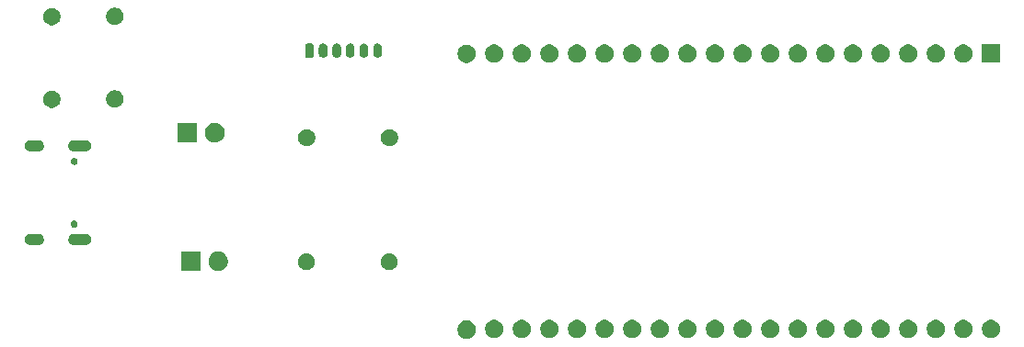
<source format=gbr>
%TF.GenerationSoftware,KiCad,Pcbnew,9.0.6-9.0.6~ubuntu24.04.1*%
%TF.CreationDate,2025-12-26T18:07:41+01:00*%
%TF.ProjectId,security-system,73656375-7269-4747-992d-73797374656d,0*%
%TF.SameCoordinates,Original*%
%TF.FileFunction,Soldermask,Bot*%
%TF.FilePolarity,Negative*%
%FSLAX46Y46*%
G04 Gerber Fmt 4.6, Leading zero omitted, Abs format (unit mm)*
G04 Created by KiCad (PCBNEW 9.0.6-9.0.6~ubuntu24.04.1) date 2025-12-26 18:07:41*
%MOMM*%
%LPD*%
G01*
G04 APERTURE LIST*
G04 APERTURE END LIST*
G36*
X167916742Y-98436601D02*
G01*
X168070687Y-98500367D01*
X168209234Y-98592941D01*
X168327059Y-98710766D01*
X168419633Y-98849313D01*
X168483399Y-99003258D01*
X168515907Y-99166685D01*
X168515907Y-99333315D01*
X168483399Y-99496742D01*
X168419633Y-99650687D01*
X168327059Y-99789234D01*
X168209234Y-99907059D01*
X168070687Y-99999633D01*
X167916742Y-100063399D01*
X167753315Y-100095907D01*
X167586685Y-100095907D01*
X167423258Y-100063399D01*
X167269313Y-99999633D01*
X167130766Y-99907059D01*
X167012941Y-99789234D01*
X166920367Y-99650687D01*
X166856601Y-99496742D01*
X166824093Y-99333315D01*
X166824093Y-99166685D01*
X166856601Y-99003258D01*
X166920367Y-98849313D01*
X167012941Y-98710766D01*
X167130766Y-98592941D01*
X167269313Y-98500367D01*
X167423258Y-98436601D01*
X167586685Y-98404093D01*
X167753315Y-98404093D01*
X167916742Y-98436601D01*
G37*
G36*
X170456742Y-98386601D02*
G01*
X170610687Y-98450367D01*
X170749234Y-98542941D01*
X170867059Y-98660766D01*
X170959633Y-98799313D01*
X171023399Y-98953258D01*
X171055907Y-99116685D01*
X171055907Y-99283315D01*
X171023399Y-99446742D01*
X170959633Y-99600687D01*
X170867059Y-99739234D01*
X170749234Y-99857059D01*
X170610687Y-99949633D01*
X170456742Y-100013399D01*
X170293315Y-100045907D01*
X170126685Y-100045907D01*
X169963258Y-100013399D01*
X169809313Y-99949633D01*
X169670766Y-99857059D01*
X169552941Y-99739234D01*
X169460367Y-99600687D01*
X169396601Y-99446742D01*
X169364093Y-99283315D01*
X169364093Y-99116685D01*
X169396601Y-98953258D01*
X169460367Y-98799313D01*
X169552941Y-98660766D01*
X169670766Y-98542941D01*
X169809313Y-98450367D01*
X169963258Y-98386601D01*
X170126685Y-98354093D01*
X170293315Y-98354093D01*
X170456742Y-98386601D01*
G37*
G36*
X172996742Y-98386601D02*
G01*
X173150687Y-98450367D01*
X173289234Y-98542941D01*
X173407059Y-98660766D01*
X173499633Y-98799313D01*
X173563399Y-98953258D01*
X173595907Y-99116685D01*
X173595907Y-99283315D01*
X173563399Y-99446742D01*
X173499633Y-99600687D01*
X173407059Y-99739234D01*
X173289234Y-99857059D01*
X173150687Y-99949633D01*
X172996742Y-100013399D01*
X172833315Y-100045907D01*
X172666685Y-100045907D01*
X172503258Y-100013399D01*
X172349313Y-99949633D01*
X172210766Y-99857059D01*
X172092941Y-99739234D01*
X172000367Y-99600687D01*
X171936601Y-99446742D01*
X171904093Y-99283315D01*
X171904093Y-99116685D01*
X171936601Y-98953258D01*
X172000367Y-98799313D01*
X172092941Y-98660766D01*
X172210766Y-98542941D01*
X172349313Y-98450367D01*
X172503258Y-98386601D01*
X172666685Y-98354093D01*
X172833315Y-98354093D01*
X172996742Y-98386601D01*
G37*
G36*
X175536742Y-98386601D02*
G01*
X175690687Y-98450367D01*
X175829234Y-98542941D01*
X175947059Y-98660766D01*
X176039633Y-98799313D01*
X176103399Y-98953258D01*
X176135907Y-99116685D01*
X176135907Y-99283315D01*
X176103399Y-99446742D01*
X176039633Y-99600687D01*
X175947059Y-99739234D01*
X175829234Y-99857059D01*
X175690687Y-99949633D01*
X175536742Y-100013399D01*
X175373315Y-100045907D01*
X175206685Y-100045907D01*
X175043258Y-100013399D01*
X174889313Y-99949633D01*
X174750766Y-99857059D01*
X174632941Y-99739234D01*
X174540367Y-99600687D01*
X174476601Y-99446742D01*
X174444093Y-99283315D01*
X174444093Y-99116685D01*
X174476601Y-98953258D01*
X174540367Y-98799313D01*
X174632941Y-98660766D01*
X174750766Y-98542941D01*
X174889313Y-98450367D01*
X175043258Y-98386601D01*
X175206685Y-98354093D01*
X175373315Y-98354093D01*
X175536742Y-98386601D01*
G37*
G36*
X178076742Y-98386601D02*
G01*
X178230687Y-98450367D01*
X178369234Y-98542941D01*
X178487059Y-98660766D01*
X178579633Y-98799313D01*
X178643399Y-98953258D01*
X178675907Y-99116685D01*
X178675907Y-99283315D01*
X178643399Y-99446742D01*
X178579633Y-99600687D01*
X178487059Y-99739234D01*
X178369234Y-99857059D01*
X178230687Y-99949633D01*
X178076742Y-100013399D01*
X177913315Y-100045907D01*
X177746685Y-100045907D01*
X177583258Y-100013399D01*
X177429313Y-99949633D01*
X177290766Y-99857059D01*
X177172941Y-99739234D01*
X177080367Y-99600687D01*
X177016601Y-99446742D01*
X176984093Y-99283315D01*
X176984093Y-99116685D01*
X177016601Y-98953258D01*
X177080367Y-98799313D01*
X177172941Y-98660766D01*
X177290766Y-98542941D01*
X177429313Y-98450367D01*
X177583258Y-98386601D01*
X177746685Y-98354093D01*
X177913315Y-98354093D01*
X178076742Y-98386601D01*
G37*
G36*
X180616742Y-98386601D02*
G01*
X180770687Y-98450367D01*
X180909234Y-98542941D01*
X181027059Y-98660766D01*
X181119633Y-98799313D01*
X181183399Y-98953258D01*
X181215907Y-99116685D01*
X181215907Y-99283315D01*
X181183399Y-99446742D01*
X181119633Y-99600687D01*
X181027059Y-99739234D01*
X180909234Y-99857059D01*
X180770687Y-99949633D01*
X180616742Y-100013399D01*
X180453315Y-100045907D01*
X180286685Y-100045907D01*
X180123258Y-100013399D01*
X179969313Y-99949633D01*
X179830766Y-99857059D01*
X179712941Y-99739234D01*
X179620367Y-99600687D01*
X179556601Y-99446742D01*
X179524093Y-99283315D01*
X179524093Y-99116685D01*
X179556601Y-98953258D01*
X179620367Y-98799313D01*
X179712941Y-98660766D01*
X179830766Y-98542941D01*
X179969313Y-98450367D01*
X180123258Y-98386601D01*
X180286685Y-98354093D01*
X180453315Y-98354093D01*
X180616742Y-98386601D01*
G37*
G36*
X183156742Y-98386601D02*
G01*
X183310687Y-98450367D01*
X183449234Y-98542941D01*
X183567059Y-98660766D01*
X183659633Y-98799313D01*
X183723399Y-98953258D01*
X183755907Y-99116685D01*
X183755907Y-99283315D01*
X183723399Y-99446742D01*
X183659633Y-99600687D01*
X183567059Y-99739234D01*
X183449234Y-99857059D01*
X183310687Y-99949633D01*
X183156742Y-100013399D01*
X182993315Y-100045907D01*
X182826685Y-100045907D01*
X182663258Y-100013399D01*
X182509313Y-99949633D01*
X182370766Y-99857059D01*
X182252941Y-99739234D01*
X182160367Y-99600687D01*
X182096601Y-99446742D01*
X182064093Y-99283315D01*
X182064093Y-99116685D01*
X182096601Y-98953258D01*
X182160367Y-98799313D01*
X182252941Y-98660766D01*
X182370766Y-98542941D01*
X182509313Y-98450367D01*
X182663258Y-98386601D01*
X182826685Y-98354093D01*
X182993315Y-98354093D01*
X183156742Y-98386601D01*
G37*
G36*
X185696742Y-98386601D02*
G01*
X185850687Y-98450367D01*
X185989234Y-98542941D01*
X186107059Y-98660766D01*
X186199633Y-98799313D01*
X186263399Y-98953258D01*
X186295907Y-99116685D01*
X186295907Y-99283315D01*
X186263399Y-99446742D01*
X186199633Y-99600687D01*
X186107059Y-99739234D01*
X185989234Y-99857059D01*
X185850687Y-99949633D01*
X185696742Y-100013399D01*
X185533315Y-100045907D01*
X185366685Y-100045907D01*
X185203258Y-100013399D01*
X185049313Y-99949633D01*
X184910766Y-99857059D01*
X184792941Y-99739234D01*
X184700367Y-99600687D01*
X184636601Y-99446742D01*
X184604093Y-99283315D01*
X184604093Y-99116685D01*
X184636601Y-98953258D01*
X184700367Y-98799313D01*
X184792941Y-98660766D01*
X184910766Y-98542941D01*
X185049313Y-98450367D01*
X185203258Y-98386601D01*
X185366685Y-98354093D01*
X185533315Y-98354093D01*
X185696742Y-98386601D01*
G37*
G36*
X188236742Y-98386601D02*
G01*
X188390687Y-98450367D01*
X188529234Y-98542941D01*
X188647059Y-98660766D01*
X188739633Y-98799313D01*
X188803399Y-98953258D01*
X188835907Y-99116685D01*
X188835907Y-99283315D01*
X188803399Y-99446742D01*
X188739633Y-99600687D01*
X188647059Y-99739234D01*
X188529234Y-99857059D01*
X188390687Y-99949633D01*
X188236742Y-100013399D01*
X188073315Y-100045907D01*
X187906685Y-100045907D01*
X187743258Y-100013399D01*
X187589313Y-99949633D01*
X187450766Y-99857059D01*
X187332941Y-99739234D01*
X187240367Y-99600687D01*
X187176601Y-99446742D01*
X187144093Y-99283315D01*
X187144093Y-99116685D01*
X187176601Y-98953258D01*
X187240367Y-98799313D01*
X187332941Y-98660766D01*
X187450766Y-98542941D01*
X187589313Y-98450367D01*
X187743258Y-98386601D01*
X187906685Y-98354093D01*
X188073315Y-98354093D01*
X188236742Y-98386601D01*
G37*
G36*
X190776742Y-98386601D02*
G01*
X190930687Y-98450367D01*
X191069234Y-98542941D01*
X191187059Y-98660766D01*
X191279633Y-98799313D01*
X191343399Y-98953258D01*
X191375907Y-99116685D01*
X191375907Y-99283315D01*
X191343399Y-99446742D01*
X191279633Y-99600687D01*
X191187059Y-99739234D01*
X191069234Y-99857059D01*
X190930687Y-99949633D01*
X190776742Y-100013399D01*
X190613315Y-100045907D01*
X190446685Y-100045907D01*
X190283258Y-100013399D01*
X190129313Y-99949633D01*
X189990766Y-99857059D01*
X189872941Y-99739234D01*
X189780367Y-99600687D01*
X189716601Y-99446742D01*
X189684093Y-99283315D01*
X189684093Y-99116685D01*
X189716601Y-98953258D01*
X189780367Y-98799313D01*
X189872941Y-98660766D01*
X189990766Y-98542941D01*
X190129313Y-98450367D01*
X190283258Y-98386601D01*
X190446685Y-98354093D01*
X190613315Y-98354093D01*
X190776742Y-98386601D01*
G37*
G36*
X193316742Y-98386601D02*
G01*
X193470687Y-98450367D01*
X193609234Y-98542941D01*
X193727059Y-98660766D01*
X193819633Y-98799313D01*
X193883399Y-98953258D01*
X193915907Y-99116685D01*
X193915907Y-99283315D01*
X193883399Y-99446742D01*
X193819633Y-99600687D01*
X193727059Y-99739234D01*
X193609234Y-99857059D01*
X193470687Y-99949633D01*
X193316742Y-100013399D01*
X193153315Y-100045907D01*
X192986685Y-100045907D01*
X192823258Y-100013399D01*
X192669313Y-99949633D01*
X192530766Y-99857059D01*
X192412941Y-99739234D01*
X192320367Y-99600687D01*
X192256601Y-99446742D01*
X192224093Y-99283315D01*
X192224093Y-99116685D01*
X192256601Y-98953258D01*
X192320367Y-98799313D01*
X192412941Y-98660766D01*
X192530766Y-98542941D01*
X192669313Y-98450367D01*
X192823258Y-98386601D01*
X192986685Y-98354093D01*
X193153315Y-98354093D01*
X193316742Y-98386601D01*
G37*
G36*
X195856742Y-98386601D02*
G01*
X196010687Y-98450367D01*
X196149234Y-98542941D01*
X196267059Y-98660766D01*
X196359633Y-98799313D01*
X196423399Y-98953258D01*
X196455907Y-99116685D01*
X196455907Y-99283315D01*
X196423399Y-99446742D01*
X196359633Y-99600687D01*
X196267059Y-99739234D01*
X196149234Y-99857059D01*
X196010687Y-99949633D01*
X195856742Y-100013399D01*
X195693315Y-100045907D01*
X195526685Y-100045907D01*
X195363258Y-100013399D01*
X195209313Y-99949633D01*
X195070766Y-99857059D01*
X194952941Y-99739234D01*
X194860367Y-99600687D01*
X194796601Y-99446742D01*
X194764093Y-99283315D01*
X194764093Y-99116685D01*
X194796601Y-98953258D01*
X194860367Y-98799313D01*
X194952941Y-98660766D01*
X195070766Y-98542941D01*
X195209313Y-98450367D01*
X195363258Y-98386601D01*
X195526685Y-98354093D01*
X195693315Y-98354093D01*
X195856742Y-98386601D01*
G37*
G36*
X198396742Y-98386601D02*
G01*
X198550687Y-98450367D01*
X198689234Y-98542941D01*
X198807059Y-98660766D01*
X198899633Y-98799313D01*
X198963399Y-98953258D01*
X198995907Y-99116685D01*
X198995907Y-99283315D01*
X198963399Y-99446742D01*
X198899633Y-99600687D01*
X198807059Y-99739234D01*
X198689234Y-99857059D01*
X198550687Y-99949633D01*
X198396742Y-100013399D01*
X198233315Y-100045907D01*
X198066685Y-100045907D01*
X197903258Y-100013399D01*
X197749313Y-99949633D01*
X197610766Y-99857059D01*
X197492941Y-99739234D01*
X197400367Y-99600687D01*
X197336601Y-99446742D01*
X197304093Y-99283315D01*
X197304093Y-99116685D01*
X197336601Y-98953258D01*
X197400367Y-98799313D01*
X197492941Y-98660766D01*
X197610766Y-98542941D01*
X197749313Y-98450367D01*
X197903258Y-98386601D01*
X198066685Y-98354093D01*
X198233315Y-98354093D01*
X198396742Y-98386601D01*
G37*
G36*
X200936742Y-98386601D02*
G01*
X201090687Y-98450367D01*
X201229234Y-98542941D01*
X201347059Y-98660766D01*
X201439633Y-98799313D01*
X201503399Y-98953258D01*
X201535907Y-99116685D01*
X201535907Y-99283315D01*
X201503399Y-99446742D01*
X201439633Y-99600687D01*
X201347059Y-99739234D01*
X201229234Y-99857059D01*
X201090687Y-99949633D01*
X200936742Y-100013399D01*
X200773315Y-100045907D01*
X200606685Y-100045907D01*
X200443258Y-100013399D01*
X200289313Y-99949633D01*
X200150766Y-99857059D01*
X200032941Y-99739234D01*
X199940367Y-99600687D01*
X199876601Y-99446742D01*
X199844093Y-99283315D01*
X199844093Y-99116685D01*
X199876601Y-98953258D01*
X199940367Y-98799313D01*
X200032941Y-98660766D01*
X200150766Y-98542941D01*
X200289313Y-98450367D01*
X200443258Y-98386601D01*
X200606685Y-98354093D01*
X200773315Y-98354093D01*
X200936742Y-98386601D01*
G37*
G36*
X203476742Y-98386601D02*
G01*
X203630687Y-98450367D01*
X203769234Y-98542941D01*
X203887059Y-98660766D01*
X203979633Y-98799313D01*
X204043399Y-98953258D01*
X204075907Y-99116685D01*
X204075907Y-99283315D01*
X204043399Y-99446742D01*
X203979633Y-99600687D01*
X203887059Y-99739234D01*
X203769234Y-99857059D01*
X203630687Y-99949633D01*
X203476742Y-100013399D01*
X203313315Y-100045907D01*
X203146685Y-100045907D01*
X202983258Y-100013399D01*
X202829313Y-99949633D01*
X202690766Y-99857059D01*
X202572941Y-99739234D01*
X202480367Y-99600687D01*
X202416601Y-99446742D01*
X202384093Y-99283315D01*
X202384093Y-99116685D01*
X202416601Y-98953258D01*
X202480367Y-98799313D01*
X202572941Y-98660766D01*
X202690766Y-98542941D01*
X202829313Y-98450367D01*
X202983258Y-98386601D01*
X203146685Y-98354093D01*
X203313315Y-98354093D01*
X203476742Y-98386601D01*
G37*
G36*
X206016742Y-98386601D02*
G01*
X206170687Y-98450367D01*
X206309234Y-98542941D01*
X206427059Y-98660766D01*
X206519633Y-98799313D01*
X206583399Y-98953258D01*
X206615907Y-99116685D01*
X206615907Y-99283315D01*
X206583399Y-99446742D01*
X206519633Y-99600687D01*
X206427059Y-99739234D01*
X206309234Y-99857059D01*
X206170687Y-99949633D01*
X206016742Y-100013399D01*
X205853315Y-100045907D01*
X205686685Y-100045907D01*
X205523258Y-100013399D01*
X205369313Y-99949633D01*
X205230766Y-99857059D01*
X205112941Y-99739234D01*
X205020367Y-99600687D01*
X204956601Y-99446742D01*
X204924093Y-99283315D01*
X204924093Y-99116685D01*
X204956601Y-98953258D01*
X205020367Y-98799313D01*
X205112941Y-98660766D01*
X205230766Y-98542941D01*
X205369313Y-98450367D01*
X205523258Y-98386601D01*
X205686685Y-98354093D01*
X205853315Y-98354093D01*
X206016742Y-98386601D01*
G37*
G36*
X208556742Y-98386601D02*
G01*
X208710687Y-98450367D01*
X208849234Y-98542941D01*
X208967059Y-98660766D01*
X209059633Y-98799313D01*
X209123399Y-98953258D01*
X209155907Y-99116685D01*
X209155907Y-99283315D01*
X209123399Y-99446742D01*
X209059633Y-99600687D01*
X208967059Y-99739234D01*
X208849234Y-99857059D01*
X208710687Y-99949633D01*
X208556742Y-100013399D01*
X208393315Y-100045907D01*
X208226685Y-100045907D01*
X208063258Y-100013399D01*
X207909313Y-99949633D01*
X207770766Y-99857059D01*
X207652941Y-99739234D01*
X207560367Y-99600687D01*
X207496601Y-99446742D01*
X207464093Y-99283315D01*
X207464093Y-99116685D01*
X207496601Y-98953258D01*
X207560367Y-98799313D01*
X207652941Y-98660766D01*
X207770766Y-98542941D01*
X207909313Y-98450367D01*
X208063258Y-98386601D01*
X208226685Y-98354093D01*
X208393315Y-98354093D01*
X208556742Y-98386601D01*
G37*
G36*
X211096742Y-98386601D02*
G01*
X211250687Y-98450367D01*
X211389234Y-98542941D01*
X211507059Y-98660766D01*
X211599633Y-98799313D01*
X211663399Y-98953258D01*
X211695907Y-99116685D01*
X211695907Y-99283315D01*
X211663399Y-99446742D01*
X211599633Y-99600687D01*
X211507059Y-99739234D01*
X211389234Y-99857059D01*
X211250687Y-99949633D01*
X211096742Y-100013399D01*
X210933315Y-100045907D01*
X210766685Y-100045907D01*
X210603258Y-100013399D01*
X210449313Y-99949633D01*
X210310766Y-99857059D01*
X210192941Y-99739234D01*
X210100367Y-99600687D01*
X210036601Y-99446742D01*
X210004093Y-99283315D01*
X210004093Y-99116685D01*
X210036601Y-98953258D01*
X210100367Y-98799313D01*
X210192941Y-98660766D01*
X210310766Y-98542941D01*
X210449313Y-98450367D01*
X210603258Y-98386601D01*
X210766685Y-98354093D01*
X210933315Y-98354093D01*
X211096742Y-98386601D01*
G37*
G36*
X213636742Y-98386601D02*
G01*
X213790687Y-98450367D01*
X213929234Y-98542941D01*
X214047059Y-98660766D01*
X214139633Y-98799313D01*
X214203399Y-98953258D01*
X214235907Y-99116685D01*
X214235907Y-99283315D01*
X214203399Y-99446742D01*
X214139633Y-99600687D01*
X214047059Y-99739234D01*
X213929234Y-99857059D01*
X213790687Y-99949633D01*
X213636742Y-100013399D01*
X213473315Y-100045907D01*
X213306685Y-100045907D01*
X213143258Y-100013399D01*
X212989313Y-99949633D01*
X212850766Y-99857059D01*
X212732941Y-99739234D01*
X212640367Y-99600687D01*
X212576601Y-99446742D01*
X212544093Y-99283315D01*
X212544093Y-99116685D01*
X212576601Y-98953258D01*
X212640367Y-98799313D01*
X212732941Y-98660766D01*
X212850766Y-98542941D01*
X212989313Y-98450367D01*
X213143258Y-98386601D01*
X213306685Y-98354093D01*
X213473315Y-98354093D01*
X213636742Y-98386601D01*
G37*
G36*
X216176742Y-98386601D02*
G01*
X216330687Y-98450367D01*
X216469234Y-98542941D01*
X216587059Y-98660766D01*
X216679633Y-98799313D01*
X216743399Y-98953258D01*
X216775907Y-99116685D01*
X216775907Y-99283315D01*
X216743399Y-99446742D01*
X216679633Y-99600687D01*
X216587059Y-99739234D01*
X216469234Y-99857059D01*
X216330687Y-99949633D01*
X216176742Y-100013399D01*
X216013315Y-100045907D01*
X215846685Y-100045907D01*
X215683258Y-100013399D01*
X215529313Y-99949633D01*
X215390766Y-99857059D01*
X215272941Y-99739234D01*
X215180367Y-99600687D01*
X215116601Y-99446742D01*
X215084093Y-99283315D01*
X215084093Y-99116685D01*
X215116601Y-98953258D01*
X215180367Y-98799313D01*
X215272941Y-98660766D01*
X215390766Y-98542941D01*
X215529313Y-98450367D01*
X215683258Y-98386601D01*
X215846685Y-98354093D01*
X216013315Y-98354093D01*
X216176742Y-98386601D01*
G37*
G36*
X143175000Y-93850000D02*
G01*
X141375000Y-93850000D01*
X141375000Y-92050000D01*
X143175000Y-92050000D01*
X143175000Y-93850000D01*
G37*
G36*
X145076256Y-92088754D02*
G01*
X145239257Y-92156271D01*
X145385954Y-92254291D01*
X145510709Y-92379046D01*
X145608729Y-92525743D01*
X145676246Y-92688744D01*
X145710666Y-92861785D01*
X145710666Y-93038215D01*
X145676246Y-93211256D01*
X145608729Y-93374257D01*
X145510709Y-93520954D01*
X145385954Y-93645709D01*
X145239257Y-93743729D01*
X145076256Y-93811246D01*
X144903215Y-93845666D01*
X144726785Y-93845666D01*
X144553744Y-93811246D01*
X144390743Y-93743729D01*
X144244046Y-93645709D01*
X144119291Y-93520954D01*
X144021271Y-93374257D01*
X143953754Y-93211256D01*
X143919334Y-93038215D01*
X143919334Y-92861785D01*
X143953754Y-92688744D01*
X144021271Y-92525743D01*
X144119291Y-92379046D01*
X144244046Y-92254291D01*
X144390743Y-92156271D01*
X144553744Y-92088754D01*
X144726785Y-92054334D01*
X144903215Y-92054334D01*
X145076256Y-92088754D01*
G37*
G36*
X153162228Y-92224448D02*
G01*
X153307117Y-92284463D01*
X153437515Y-92371592D01*
X153548408Y-92482485D01*
X153635537Y-92612883D01*
X153695552Y-92757772D01*
X153726148Y-92911586D01*
X153726148Y-93068414D01*
X153695552Y-93222228D01*
X153635537Y-93367117D01*
X153548408Y-93497515D01*
X153437515Y-93608408D01*
X153307117Y-93695537D01*
X153162228Y-93755552D01*
X153008414Y-93786148D01*
X152851586Y-93786148D01*
X152697772Y-93755552D01*
X152552883Y-93695537D01*
X152422485Y-93608408D01*
X152311592Y-93497515D01*
X152224463Y-93367117D01*
X152164448Y-93222228D01*
X152133852Y-93068414D01*
X152133852Y-92911586D01*
X152164448Y-92757772D01*
X152224463Y-92612883D01*
X152311592Y-92482485D01*
X152422485Y-92371592D01*
X152552883Y-92284463D01*
X152697772Y-92224448D01*
X152851586Y-92193852D01*
X153008414Y-92193852D01*
X153162228Y-92224448D01*
G37*
G36*
X160782228Y-92224448D02*
G01*
X160927117Y-92284463D01*
X161057515Y-92371592D01*
X161168408Y-92482485D01*
X161255537Y-92612883D01*
X161315552Y-92757772D01*
X161346148Y-92911586D01*
X161346148Y-93068414D01*
X161315552Y-93222228D01*
X161255537Y-93367117D01*
X161168408Y-93497515D01*
X161057515Y-93608408D01*
X160927117Y-93695537D01*
X160782228Y-93755552D01*
X160628414Y-93786148D01*
X160471586Y-93786148D01*
X160317772Y-93755552D01*
X160172883Y-93695537D01*
X160042485Y-93608408D01*
X159931592Y-93497515D01*
X159844463Y-93367117D01*
X159784448Y-93222228D01*
X159753852Y-93068414D01*
X159753852Y-92911586D01*
X159784448Y-92757772D01*
X159844463Y-92612883D01*
X159931592Y-92482485D01*
X160042485Y-92371592D01*
X160172883Y-92284463D01*
X160317772Y-92224448D01*
X160471586Y-92193852D01*
X160628414Y-92193852D01*
X160782228Y-92224448D01*
G37*
G36*
X128390195Y-90451889D02*
G01*
X128472993Y-90474074D01*
X128587005Y-90539899D01*
X128680100Y-90632994D01*
X128745925Y-90747006D01*
X128745925Y-90747007D01*
X128780000Y-90874174D01*
X128780000Y-91005826D01*
X128745925Y-91132993D01*
X128680099Y-91247007D01*
X128587007Y-91340099D01*
X128472993Y-91405925D01*
X128345826Y-91440000D01*
X128345824Y-91440000D01*
X127414176Y-91440000D01*
X127414174Y-91440000D01*
X127329396Y-91417283D01*
X127287006Y-91405925D01*
X127172994Y-91340100D01*
X127079899Y-91247005D01*
X127014074Y-91132993D01*
X126991889Y-91050195D01*
X126980000Y-91005826D01*
X126980000Y-90874174D01*
X126985944Y-90851989D01*
X127014074Y-90747006D01*
X127079899Y-90632994D01*
X127172994Y-90539899D01*
X127287006Y-90474074D01*
X127376395Y-90450123D01*
X127414174Y-90440000D01*
X128345826Y-90440000D01*
X128390195Y-90451889D01*
G37*
G36*
X132720195Y-90451889D02*
G01*
X132802993Y-90474074D01*
X132917005Y-90539899D01*
X133010100Y-90632994D01*
X133075925Y-90747006D01*
X133075925Y-90747007D01*
X133110000Y-90874174D01*
X133110000Y-91005826D01*
X133075925Y-91132993D01*
X133010099Y-91247007D01*
X132917007Y-91340099D01*
X132802993Y-91405925D01*
X132675826Y-91440000D01*
X132675824Y-91440000D01*
X131444176Y-91440000D01*
X131444174Y-91440000D01*
X131359396Y-91417283D01*
X131317006Y-91405925D01*
X131202994Y-91340100D01*
X131109899Y-91247005D01*
X131044074Y-91132993D01*
X131021889Y-91050195D01*
X131010000Y-91005826D01*
X131010000Y-90874174D01*
X131015944Y-90851989D01*
X131044074Y-90747006D01*
X131109899Y-90632994D01*
X131202994Y-90539899D01*
X131317006Y-90474074D01*
X131406395Y-90450123D01*
X131444174Y-90440000D01*
X132675826Y-90440000D01*
X132720195Y-90451889D01*
G37*
G36*
X131627342Y-89191580D02*
G01*
X131685446Y-89207148D01*
X131759553Y-89249934D01*
X131820065Y-89310446D01*
X131862851Y-89384553D01*
X131877617Y-89439660D01*
X131885000Y-89467213D01*
X131885000Y-89552787D01*
X131870234Y-89607892D01*
X131862851Y-89635446D01*
X131820065Y-89709553D01*
X131759553Y-89770065D01*
X131685446Y-89812851D01*
X131657892Y-89820234D01*
X131602787Y-89835000D01*
X131602785Y-89835000D01*
X131517215Y-89835000D01*
X131517213Y-89835000D01*
X131475884Y-89823925D01*
X131434553Y-89812851D01*
X131360446Y-89770065D01*
X131299934Y-89709553D01*
X131257148Y-89635446D01*
X131241580Y-89577342D01*
X131235000Y-89552787D01*
X131235000Y-89467213D01*
X131238290Y-89454935D01*
X131257148Y-89384553D01*
X131299934Y-89310446D01*
X131360446Y-89249934D01*
X131434553Y-89207148D01*
X131495832Y-89190728D01*
X131517213Y-89185000D01*
X131602787Y-89185000D01*
X131627342Y-89191580D01*
G37*
G36*
X131627342Y-83411580D02*
G01*
X131685446Y-83427148D01*
X131759553Y-83469934D01*
X131820065Y-83530446D01*
X131862851Y-83604553D01*
X131877617Y-83659660D01*
X131885000Y-83687213D01*
X131885000Y-83772787D01*
X131870234Y-83827892D01*
X131862851Y-83855446D01*
X131820065Y-83929553D01*
X131759553Y-83990065D01*
X131685446Y-84032851D01*
X131657892Y-84040234D01*
X131602787Y-84055000D01*
X131602785Y-84055000D01*
X131517215Y-84055000D01*
X131517213Y-84055000D01*
X131475884Y-84043925D01*
X131434553Y-84032851D01*
X131360446Y-83990065D01*
X131299934Y-83929553D01*
X131257148Y-83855446D01*
X131241580Y-83797342D01*
X131235000Y-83772787D01*
X131235000Y-83687213D01*
X131238290Y-83674935D01*
X131257148Y-83604553D01*
X131299934Y-83530446D01*
X131360446Y-83469934D01*
X131434553Y-83427148D01*
X131495832Y-83410728D01*
X131517213Y-83405000D01*
X131602787Y-83405000D01*
X131627342Y-83411580D01*
G37*
G36*
X128390195Y-81811889D02*
G01*
X128472993Y-81834074D01*
X128587005Y-81899899D01*
X128680100Y-81992994D01*
X128745925Y-82107006D01*
X128745925Y-82107007D01*
X128780000Y-82234174D01*
X128780000Y-82365826D01*
X128745925Y-82492993D01*
X128680099Y-82607007D01*
X128587007Y-82700099D01*
X128472993Y-82765925D01*
X128345826Y-82800000D01*
X128345824Y-82800000D01*
X127414176Y-82800000D01*
X127414174Y-82800000D01*
X127329396Y-82777283D01*
X127287006Y-82765925D01*
X127172994Y-82700100D01*
X127079899Y-82607005D01*
X127014074Y-82492993D01*
X126991889Y-82410195D01*
X126980000Y-82365826D01*
X126980000Y-82234174D01*
X126997682Y-82168185D01*
X127014074Y-82107006D01*
X127079899Y-81992994D01*
X127172994Y-81899899D01*
X127287006Y-81834074D01*
X127376395Y-81810123D01*
X127414174Y-81800000D01*
X128345826Y-81800000D01*
X128390195Y-81811889D01*
G37*
G36*
X132720195Y-81811889D02*
G01*
X132802993Y-81834074D01*
X132917005Y-81899899D01*
X133010100Y-81992994D01*
X133075925Y-82107006D01*
X133075925Y-82107007D01*
X133110000Y-82234174D01*
X133110000Y-82365826D01*
X133075925Y-82492993D01*
X133010099Y-82607007D01*
X132917007Y-82700099D01*
X132802993Y-82765925D01*
X132675826Y-82800000D01*
X132675824Y-82800000D01*
X131444176Y-82800000D01*
X131444174Y-82800000D01*
X131359396Y-82777283D01*
X131317006Y-82765925D01*
X131202994Y-82700100D01*
X131109899Y-82607005D01*
X131044074Y-82492993D01*
X131021889Y-82410195D01*
X131010000Y-82365826D01*
X131010000Y-82234174D01*
X131027682Y-82168185D01*
X131044074Y-82107006D01*
X131109899Y-81992994D01*
X131202994Y-81899899D01*
X131317006Y-81834074D01*
X131406395Y-81810123D01*
X131444174Y-81800000D01*
X132675826Y-81800000D01*
X132720195Y-81811889D01*
G37*
G36*
X153192228Y-80784448D02*
G01*
X153337117Y-80844463D01*
X153467515Y-80931592D01*
X153578408Y-81042485D01*
X153665537Y-81172883D01*
X153725552Y-81317772D01*
X153756148Y-81471586D01*
X153756148Y-81628414D01*
X153725552Y-81782228D01*
X153665537Y-81927117D01*
X153578408Y-82057515D01*
X153467515Y-82168408D01*
X153337117Y-82255537D01*
X153192228Y-82315552D01*
X153038414Y-82346148D01*
X152881586Y-82346148D01*
X152727772Y-82315552D01*
X152582883Y-82255537D01*
X152452485Y-82168408D01*
X152341592Y-82057515D01*
X152254463Y-81927117D01*
X152194448Y-81782228D01*
X152163852Y-81628414D01*
X152163852Y-81471586D01*
X152194448Y-81317772D01*
X152254463Y-81172883D01*
X152341592Y-81042485D01*
X152452485Y-80931592D01*
X152582883Y-80844463D01*
X152727772Y-80784448D01*
X152881586Y-80753852D01*
X153038414Y-80753852D01*
X153192228Y-80784448D01*
G37*
G36*
X160812228Y-80784448D02*
G01*
X160957117Y-80844463D01*
X161087515Y-80931592D01*
X161198408Y-81042485D01*
X161285537Y-81172883D01*
X161345552Y-81317772D01*
X161376148Y-81471586D01*
X161376148Y-81628414D01*
X161345552Y-81782228D01*
X161285537Y-81927117D01*
X161198408Y-82057515D01*
X161087515Y-82168408D01*
X160957117Y-82255537D01*
X160812228Y-82315552D01*
X160658414Y-82346148D01*
X160501586Y-82346148D01*
X160347772Y-82315552D01*
X160202883Y-82255537D01*
X160072485Y-82168408D01*
X159961592Y-82057515D01*
X159874463Y-81927117D01*
X159814448Y-81782228D01*
X159783852Y-81628414D01*
X159783852Y-81471586D01*
X159814448Y-81317772D01*
X159874463Y-81172883D01*
X159961592Y-81042485D01*
X160072485Y-80931592D01*
X160202883Y-80844463D01*
X160347772Y-80784448D01*
X160501586Y-80753852D01*
X160658414Y-80753852D01*
X160812228Y-80784448D01*
G37*
G36*
X142855000Y-81990000D02*
G01*
X141055000Y-81990000D01*
X141055000Y-80190000D01*
X142855000Y-80190000D01*
X142855000Y-81990000D01*
G37*
G36*
X144756256Y-80228754D02*
G01*
X144919257Y-80296271D01*
X145065954Y-80394291D01*
X145190709Y-80519046D01*
X145288729Y-80665743D01*
X145356246Y-80828744D01*
X145390666Y-81001785D01*
X145390666Y-81178215D01*
X145356246Y-81351256D01*
X145288729Y-81514257D01*
X145190709Y-81660954D01*
X145065954Y-81785709D01*
X144919257Y-81883729D01*
X144756256Y-81951246D01*
X144583215Y-81985666D01*
X144406785Y-81985666D01*
X144233744Y-81951246D01*
X144070743Y-81883729D01*
X143924046Y-81785709D01*
X143799291Y-81660954D01*
X143701271Y-81514257D01*
X143633754Y-81351256D01*
X143599334Y-81178215D01*
X143599334Y-81001785D01*
X143633754Y-80828744D01*
X143701271Y-80665743D01*
X143799291Y-80519046D01*
X143924046Y-80394291D01*
X144070743Y-80296271D01*
X144233744Y-80228754D01*
X144406785Y-80194334D01*
X144583215Y-80194334D01*
X144756256Y-80228754D01*
G37*
G36*
X129732228Y-77244448D02*
G01*
X129877117Y-77304463D01*
X130007515Y-77391592D01*
X130118408Y-77502485D01*
X130205537Y-77632883D01*
X130265552Y-77777772D01*
X130296148Y-77931586D01*
X130296148Y-78088414D01*
X130265552Y-78242228D01*
X130205537Y-78387117D01*
X130118408Y-78517515D01*
X130007515Y-78628408D01*
X129877117Y-78715537D01*
X129732228Y-78775552D01*
X129578414Y-78806148D01*
X129421586Y-78806148D01*
X129267772Y-78775552D01*
X129122883Y-78715537D01*
X128992485Y-78628408D01*
X128881592Y-78517515D01*
X128794463Y-78387117D01*
X128734448Y-78242228D01*
X128703852Y-78088414D01*
X128703852Y-77931586D01*
X128734448Y-77777772D01*
X128794463Y-77632883D01*
X128881592Y-77502485D01*
X128992485Y-77391592D01*
X129122883Y-77304463D01*
X129267772Y-77244448D01*
X129421586Y-77213852D01*
X129578414Y-77213852D01*
X129732228Y-77244448D01*
G37*
G36*
X135522228Y-77214448D02*
G01*
X135667117Y-77274463D01*
X135797515Y-77361592D01*
X135908408Y-77472485D01*
X135995537Y-77602883D01*
X136055552Y-77747772D01*
X136086148Y-77901586D01*
X136086148Y-78058414D01*
X136055552Y-78212228D01*
X135995537Y-78357117D01*
X135908408Y-78487515D01*
X135797515Y-78598408D01*
X135667117Y-78685537D01*
X135522228Y-78745552D01*
X135368414Y-78776148D01*
X135211586Y-78776148D01*
X135057772Y-78745552D01*
X134912883Y-78685537D01*
X134782485Y-78598408D01*
X134671592Y-78487515D01*
X134584463Y-78357117D01*
X134524448Y-78212228D01*
X134493852Y-78058414D01*
X134493852Y-77901586D01*
X134524448Y-77747772D01*
X134584463Y-77602883D01*
X134671592Y-77472485D01*
X134782485Y-77361592D01*
X134912883Y-77274463D01*
X135057772Y-77214448D01*
X135211586Y-77183852D01*
X135368414Y-77183852D01*
X135522228Y-77214448D01*
G37*
G36*
X167916742Y-72996601D02*
G01*
X168070687Y-73060367D01*
X168209234Y-73152941D01*
X168327059Y-73270766D01*
X168419633Y-73409313D01*
X168483399Y-73563258D01*
X168515907Y-73726685D01*
X168515907Y-73893315D01*
X168483399Y-74056742D01*
X168419633Y-74210687D01*
X168327059Y-74349234D01*
X168209234Y-74467059D01*
X168070687Y-74559633D01*
X167916742Y-74623399D01*
X167753315Y-74655907D01*
X167586685Y-74655907D01*
X167423258Y-74623399D01*
X167269313Y-74559633D01*
X167130766Y-74467059D01*
X167012941Y-74349234D01*
X166920367Y-74210687D01*
X166856601Y-74056742D01*
X166824093Y-73893315D01*
X166824093Y-73726685D01*
X166856601Y-73563258D01*
X166920367Y-73409313D01*
X167012941Y-73270766D01*
X167130766Y-73152941D01*
X167269313Y-73060367D01*
X167423258Y-72996601D01*
X167586685Y-72964093D01*
X167753315Y-72964093D01*
X167916742Y-72996601D01*
G37*
G36*
X216780000Y-74650000D02*
G01*
X215080000Y-74650000D01*
X215080000Y-72950000D01*
X216780000Y-72950000D01*
X216780000Y-74650000D01*
G37*
G36*
X170456742Y-72986601D02*
G01*
X170610687Y-73050367D01*
X170749234Y-73142941D01*
X170867059Y-73260766D01*
X170959633Y-73399313D01*
X171023399Y-73553258D01*
X171055907Y-73716685D01*
X171055907Y-73883315D01*
X171023399Y-74046742D01*
X170959633Y-74200687D01*
X170867059Y-74339234D01*
X170749234Y-74457059D01*
X170610687Y-74549633D01*
X170456742Y-74613399D01*
X170293315Y-74645907D01*
X170126685Y-74645907D01*
X169963258Y-74613399D01*
X169809313Y-74549633D01*
X169670766Y-74457059D01*
X169552941Y-74339234D01*
X169460367Y-74200687D01*
X169396601Y-74046742D01*
X169364093Y-73883315D01*
X169364093Y-73716685D01*
X169396601Y-73553258D01*
X169460367Y-73399313D01*
X169552941Y-73260766D01*
X169670766Y-73142941D01*
X169809313Y-73050367D01*
X169963258Y-72986601D01*
X170126685Y-72954093D01*
X170293315Y-72954093D01*
X170456742Y-72986601D01*
G37*
G36*
X172996742Y-72986601D02*
G01*
X173150687Y-73050367D01*
X173289234Y-73142941D01*
X173407059Y-73260766D01*
X173499633Y-73399313D01*
X173563399Y-73553258D01*
X173595907Y-73716685D01*
X173595907Y-73883315D01*
X173563399Y-74046742D01*
X173499633Y-74200687D01*
X173407059Y-74339234D01*
X173289234Y-74457059D01*
X173150687Y-74549633D01*
X172996742Y-74613399D01*
X172833315Y-74645907D01*
X172666685Y-74645907D01*
X172503258Y-74613399D01*
X172349313Y-74549633D01*
X172210766Y-74457059D01*
X172092941Y-74339234D01*
X172000367Y-74200687D01*
X171936601Y-74046742D01*
X171904093Y-73883315D01*
X171904093Y-73716685D01*
X171936601Y-73553258D01*
X172000367Y-73399313D01*
X172092941Y-73260766D01*
X172210766Y-73142941D01*
X172349313Y-73050367D01*
X172503258Y-72986601D01*
X172666685Y-72954093D01*
X172833315Y-72954093D01*
X172996742Y-72986601D01*
G37*
G36*
X175536742Y-72986601D02*
G01*
X175690687Y-73050367D01*
X175829234Y-73142941D01*
X175947059Y-73260766D01*
X176039633Y-73399313D01*
X176103399Y-73553258D01*
X176135907Y-73716685D01*
X176135907Y-73883315D01*
X176103399Y-74046742D01*
X176039633Y-74200687D01*
X175947059Y-74339234D01*
X175829234Y-74457059D01*
X175690687Y-74549633D01*
X175536742Y-74613399D01*
X175373315Y-74645907D01*
X175206685Y-74645907D01*
X175043258Y-74613399D01*
X174889313Y-74549633D01*
X174750766Y-74457059D01*
X174632941Y-74339234D01*
X174540367Y-74200687D01*
X174476601Y-74046742D01*
X174444093Y-73883315D01*
X174444093Y-73716685D01*
X174476601Y-73553258D01*
X174540367Y-73399313D01*
X174632941Y-73260766D01*
X174750766Y-73142941D01*
X174889313Y-73050367D01*
X175043258Y-72986601D01*
X175206685Y-72954093D01*
X175373315Y-72954093D01*
X175536742Y-72986601D01*
G37*
G36*
X178076742Y-72986601D02*
G01*
X178230687Y-73050367D01*
X178369234Y-73142941D01*
X178487059Y-73260766D01*
X178579633Y-73399313D01*
X178643399Y-73553258D01*
X178675907Y-73716685D01*
X178675907Y-73883315D01*
X178643399Y-74046742D01*
X178579633Y-74200687D01*
X178487059Y-74339234D01*
X178369234Y-74457059D01*
X178230687Y-74549633D01*
X178076742Y-74613399D01*
X177913315Y-74645907D01*
X177746685Y-74645907D01*
X177583258Y-74613399D01*
X177429313Y-74549633D01*
X177290766Y-74457059D01*
X177172941Y-74339234D01*
X177080367Y-74200687D01*
X177016601Y-74046742D01*
X176984093Y-73883315D01*
X176984093Y-73716685D01*
X177016601Y-73553258D01*
X177080367Y-73399313D01*
X177172941Y-73260766D01*
X177290766Y-73142941D01*
X177429313Y-73050367D01*
X177583258Y-72986601D01*
X177746685Y-72954093D01*
X177913315Y-72954093D01*
X178076742Y-72986601D01*
G37*
G36*
X180616742Y-72986601D02*
G01*
X180770687Y-73050367D01*
X180909234Y-73142941D01*
X181027059Y-73260766D01*
X181119633Y-73399313D01*
X181183399Y-73553258D01*
X181215907Y-73716685D01*
X181215907Y-73883315D01*
X181183399Y-74046742D01*
X181119633Y-74200687D01*
X181027059Y-74339234D01*
X180909234Y-74457059D01*
X180770687Y-74549633D01*
X180616742Y-74613399D01*
X180453315Y-74645907D01*
X180286685Y-74645907D01*
X180123258Y-74613399D01*
X179969313Y-74549633D01*
X179830766Y-74457059D01*
X179712941Y-74339234D01*
X179620367Y-74200687D01*
X179556601Y-74046742D01*
X179524093Y-73883315D01*
X179524093Y-73716685D01*
X179556601Y-73553258D01*
X179620367Y-73399313D01*
X179712941Y-73260766D01*
X179830766Y-73142941D01*
X179969313Y-73050367D01*
X180123258Y-72986601D01*
X180286685Y-72954093D01*
X180453315Y-72954093D01*
X180616742Y-72986601D01*
G37*
G36*
X183156742Y-72986601D02*
G01*
X183310687Y-73050367D01*
X183449234Y-73142941D01*
X183567059Y-73260766D01*
X183659633Y-73399313D01*
X183723399Y-73553258D01*
X183755907Y-73716685D01*
X183755907Y-73883315D01*
X183723399Y-74046742D01*
X183659633Y-74200687D01*
X183567059Y-74339234D01*
X183449234Y-74457059D01*
X183310687Y-74549633D01*
X183156742Y-74613399D01*
X182993315Y-74645907D01*
X182826685Y-74645907D01*
X182663258Y-74613399D01*
X182509313Y-74549633D01*
X182370766Y-74457059D01*
X182252941Y-74339234D01*
X182160367Y-74200687D01*
X182096601Y-74046742D01*
X182064093Y-73883315D01*
X182064093Y-73716685D01*
X182096601Y-73553258D01*
X182160367Y-73399313D01*
X182252941Y-73260766D01*
X182370766Y-73142941D01*
X182509313Y-73050367D01*
X182663258Y-72986601D01*
X182826685Y-72954093D01*
X182993315Y-72954093D01*
X183156742Y-72986601D01*
G37*
G36*
X185696742Y-72986601D02*
G01*
X185850687Y-73050367D01*
X185989234Y-73142941D01*
X186107059Y-73260766D01*
X186199633Y-73399313D01*
X186263399Y-73553258D01*
X186295907Y-73716685D01*
X186295907Y-73883315D01*
X186263399Y-74046742D01*
X186199633Y-74200687D01*
X186107059Y-74339234D01*
X185989234Y-74457059D01*
X185850687Y-74549633D01*
X185696742Y-74613399D01*
X185533315Y-74645907D01*
X185366685Y-74645907D01*
X185203258Y-74613399D01*
X185049313Y-74549633D01*
X184910766Y-74457059D01*
X184792941Y-74339234D01*
X184700367Y-74200687D01*
X184636601Y-74046742D01*
X184604093Y-73883315D01*
X184604093Y-73716685D01*
X184636601Y-73553258D01*
X184700367Y-73399313D01*
X184792941Y-73260766D01*
X184910766Y-73142941D01*
X185049313Y-73050367D01*
X185203258Y-72986601D01*
X185366685Y-72954093D01*
X185533315Y-72954093D01*
X185696742Y-72986601D01*
G37*
G36*
X188236742Y-72986601D02*
G01*
X188390687Y-73050367D01*
X188529234Y-73142941D01*
X188647059Y-73260766D01*
X188739633Y-73399313D01*
X188803399Y-73553258D01*
X188835907Y-73716685D01*
X188835907Y-73883315D01*
X188803399Y-74046742D01*
X188739633Y-74200687D01*
X188647059Y-74339234D01*
X188529234Y-74457059D01*
X188390687Y-74549633D01*
X188236742Y-74613399D01*
X188073315Y-74645907D01*
X187906685Y-74645907D01*
X187743258Y-74613399D01*
X187589313Y-74549633D01*
X187450766Y-74457059D01*
X187332941Y-74339234D01*
X187240367Y-74200687D01*
X187176601Y-74046742D01*
X187144093Y-73883315D01*
X187144093Y-73716685D01*
X187176601Y-73553258D01*
X187240367Y-73399313D01*
X187332941Y-73260766D01*
X187450766Y-73142941D01*
X187589313Y-73050367D01*
X187743258Y-72986601D01*
X187906685Y-72954093D01*
X188073315Y-72954093D01*
X188236742Y-72986601D01*
G37*
G36*
X190776742Y-72986601D02*
G01*
X190930687Y-73050367D01*
X191069234Y-73142941D01*
X191187059Y-73260766D01*
X191279633Y-73399313D01*
X191343399Y-73553258D01*
X191375907Y-73716685D01*
X191375907Y-73883315D01*
X191343399Y-74046742D01*
X191279633Y-74200687D01*
X191187059Y-74339234D01*
X191069234Y-74457059D01*
X190930687Y-74549633D01*
X190776742Y-74613399D01*
X190613315Y-74645907D01*
X190446685Y-74645907D01*
X190283258Y-74613399D01*
X190129313Y-74549633D01*
X189990766Y-74457059D01*
X189872941Y-74339234D01*
X189780367Y-74200687D01*
X189716601Y-74046742D01*
X189684093Y-73883315D01*
X189684093Y-73716685D01*
X189716601Y-73553258D01*
X189780367Y-73399313D01*
X189872941Y-73260766D01*
X189990766Y-73142941D01*
X190129313Y-73050367D01*
X190283258Y-72986601D01*
X190446685Y-72954093D01*
X190613315Y-72954093D01*
X190776742Y-72986601D01*
G37*
G36*
X193316742Y-72986601D02*
G01*
X193470687Y-73050367D01*
X193609234Y-73142941D01*
X193727059Y-73260766D01*
X193819633Y-73399313D01*
X193883399Y-73553258D01*
X193915907Y-73716685D01*
X193915907Y-73883315D01*
X193883399Y-74046742D01*
X193819633Y-74200687D01*
X193727059Y-74339234D01*
X193609234Y-74457059D01*
X193470687Y-74549633D01*
X193316742Y-74613399D01*
X193153315Y-74645907D01*
X192986685Y-74645907D01*
X192823258Y-74613399D01*
X192669313Y-74549633D01*
X192530766Y-74457059D01*
X192412941Y-74339234D01*
X192320367Y-74200687D01*
X192256601Y-74046742D01*
X192224093Y-73883315D01*
X192224093Y-73716685D01*
X192256601Y-73553258D01*
X192320367Y-73399313D01*
X192412941Y-73260766D01*
X192530766Y-73142941D01*
X192669313Y-73050367D01*
X192823258Y-72986601D01*
X192986685Y-72954093D01*
X193153315Y-72954093D01*
X193316742Y-72986601D01*
G37*
G36*
X195856742Y-72986601D02*
G01*
X196010687Y-73050367D01*
X196149234Y-73142941D01*
X196267059Y-73260766D01*
X196359633Y-73399313D01*
X196423399Y-73553258D01*
X196455907Y-73716685D01*
X196455907Y-73883315D01*
X196423399Y-74046742D01*
X196359633Y-74200687D01*
X196267059Y-74339234D01*
X196149234Y-74457059D01*
X196010687Y-74549633D01*
X195856742Y-74613399D01*
X195693315Y-74645907D01*
X195526685Y-74645907D01*
X195363258Y-74613399D01*
X195209313Y-74549633D01*
X195070766Y-74457059D01*
X194952941Y-74339234D01*
X194860367Y-74200687D01*
X194796601Y-74046742D01*
X194764093Y-73883315D01*
X194764093Y-73716685D01*
X194796601Y-73553258D01*
X194860367Y-73399313D01*
X194952941Y-73260766D01*
X195070766Y-73142941D01*
X195209313Y-73050367D01*
X195363258Y-72986601D01*
X195526685Y-72954093D01*
X195693315Y-72954093D01*
X195856742Y-72986601D01*
G37*
G36*
X198396742Y-72986601D02*
G01*
X198550687Y-73050367D01*
X198689234Y-73142941D01*
X198807059Y-73260766D01*
X198899633Y-73399313D01*
X198963399Y-73553258D01*
X198995907Y-73716685D01*
X198995907Y-73883315D01*
X198963399Y-74046742D01*
X198899633Y-74200687D01*
X198807059Y-74339234D01*
X198689234Y-74457059D01*
X198550687Y-74549633D01*
X198396742Y-74613399D01*
X198233315Y-74645907D01*
X198066685Y-74645907D01*
X197903258Y-74613399D01*
X197749313Y-74549633D01*
X197610766Y-74457059D01*
X197492941Y-74339234D01*
X197400367Y-74200687D01*
X197336601Y-74046742D01*
X197304093Y-73883315D01*
X197304093Y-73716685D01*
X197336601Y-73553258D01*
X197400367Y-73399313D01*
X197492941Y-73260766D01*
X197610766Y-73142941D01*
X197749313Y-73050367D01*
X197903258Y-72986601D01*
X198066685Y-72954093D01*
X198233315Y-72954093D01*
X198396742Y-72986601D01*
G37*
G36*
X200936742Y-72986601D02*
G01*
X201090687Y-73050367D01*
X201229234Y-73142941D01*
X201347059Y-73260766D01*
X201439633Y-73399313D01*
X201503399Y-73553258D01*
X201535907Y-73716685D01*
X201535907Y-73883315D01*
X201503399Y-74046742D01*
X201439633Y-74200687D01*
X201347059Y-74339234D01*
X201229234Y-74457059D01*
X201090687Y-74549633D01*
X200936742Y-74613399D01*
X200773315Y-74645907D01*
X200606685Y-74645907D01*
X200443258Y-74613399D01*
X200289313Y-74549633D01*
X200150766Y-74457059D01*
X200032941Y-74339234D01*
X199940367Y-74200687D01*
X199876601Y-74046742D01*
X199844093Y-73883315D01*
X199844093Y-73716685D01*
X199876601Y-73553258D01*
X199940367Y-73399313D01*
X200032941Y-73260766D01*
X200150766Y-73142941D01*
X200289313Y-73050367D01*
X200443258Y-72986601D01*
X200606685Y-72954093D01*
X200773315Y-72954093D01*
X200936742Y-72986601D01*
G37*
G36*
X203476742Y-72986601D02*
G01*
X203630687Y-73050367D01*
X203769234Y-73142941D01*
X203887059Y-73260766D01*
X203979633Y-73399313D01*
X204043399Y-73553258D01*
X204075907Y-73716685D01*
X204075907Y-73883315D01*
X204043399Y-74046742D01*
X203979633Y-74200687D01*
X203887059Y-74339234D01*
X203769234Y-74457059D01*
X203630687Y-74549633D01*
X203476742Y-74613399D01*
X203313315Y-74645907D01*
X203146685Y-74645907D01*
X202983258Y-74613399D01*
X202829313Y-74549633D01*
X202690766Y-74457059D01*
X202572941Y-74339234D01*
X202480367Y-74200687D01*
X202416601Y-74046742D01*
X202384093Y-73883315D01*
X202384093Y-73716685D01*
X202416601Y-73553258D01*
X202480367Y-73399313D01*
X202572941Y-73260766D01*
X202690766Y-73142941D01*
X202829313Y-73050367D01*
X202983258Y-72986601D01*
X203146685Y-72954093D01*
X203313315Y-72954093D01*
X203476742Y-72986601D01*
G37*
G36*
X206016742Y-72986601D02*
G01*
X206170687Y-73050367D01*
X206309234Y-73142941D01*
X206427059Y-73260766D01*
X206519633Y-73399313D01*
X206583399Y-73553258D01*
X206615907Y-73716685D01*
X206615907Y-73883315D01*
X206583399Y-74046742D01*
X206519633Y-74200687D01*
X206427059Y-74339234D01*
X206309234Y-74457059D01*
X206170687Y-74549633D01*
X206016742Y-74613399D01*
X205853315Y-74645907D01*
X205686685Y-74645907D01*
X205523258Y-74613399D01*
X205369313Y-74549633D01*
X205230766Y-74457059D01*
X205112941Y-74339234D01*
X205020367Y-74200687D01*
X204956601Y-74046742D01*
X204924093Y-73883315D01*
X204924093Y-73716685D01*
X204956601Y-73553258D01*
X205020367Y-73399313D01*
X205112941Y-73260766D01*
X205230766Y-73142941D01*
X205369313Y-73050367D01*
X205523258Y-72986601D01*
X205686685Y-72954093D01*
X205853315Y-72954093D01*
X206016742Y-72986601D01*
G37*
G36*
X208556742Y-72986601D02*
G01*
X208710687Y-73050367D01*
X208849234Y-73142941D01*
X208967059Y-73260766D01*
X209059633Y-73399313D01*
X209123399Y-73553258D01*
X209155907Y-73716685D01*
X209155907Y-73883315D01*
X209123399Y-74046742D01*
X209059633Y-74200687D01*
X208967059Y-74339234D01*
X208849234Y-74457059D01*
X208710687Y-74549633D01*
X208556742Y-74613399D01*
X208393315Y-74645907D01*
X208226685Y-74645907D01*
X208063258Y-74613399D01*
X207909313Y-74549633D01*
X207770766Y-74457059D01*
X207652941Y-74339234D01*
X207560367Y-74200687D01*
X207496601Y-74046742D01*
X207464093Y-73883315D01*
X207464093Y-73716685D01*
X207496601Y-73553258D01*
X207560367Y-73399313D01*
X207652941Y-73260766D01*
X207770766Y-73142941D01*
X207909313Y-73050367D01*
X208063258Y-72986601D01*
X208226685Y-72954093D01*
X208393315Y-72954093D01*
X208556742Y-72986601D01*
G37*
G36*
X211096742Y-72986601D02*
G01*
X211250687Y-73050367D01*
X211389234Y-73142941D01*
X211507059Y-73260766D01*
X211599633Y-73399313D01*
X211663399Y-73553258D01*
X211695907Y-73716685D01*
X211695907Y-73883315D01*
X211663399Y-74046742D01*
X211599633Y-74200687D01*
X211507059Y-74339234D01*
X211389234Y-74457059D01*
X211250687Y-74549633D01*
X211096742Y-74613399D01*
X210933315Y-74645907D01*
X210766685Y-74645907D01*
X210603258Y-74613399D01*
X210449313Y-74549633D01*
X210310766Y-74457059D01*
X210192941Y-74339234D01*
X210100367Y-74200687D01*
X210036601Y-74046742D01*
X210004093Y-73883315D01*
X210004093Y-73716685D01*
X210036601Y-73553258D01*
X210100367Y-73399313D01*
X210192941Y-73260766D01*
X210310766Y-73142941D01*
X210449313Y-73050367D01*
X210603258Y-72986601D01*
X210766685Y-72954093D01*
X210933315Y-72954093D01*
X211096742Y-72986601D01*
G37*
G36*
X213636742Y-72986601D02*
G01*
X213790687Y-73050367D01*
X213929234Y-73142941D01*
X214047059Y-73260766D01*
X214139633Y-73399313D01*
X214203399Y-73553258D01*
X214235907Y-73716685D01*
X214235907Y-73883315D01*
X214203399Y-74046742D01*
X214139633Y-74200687D01*
X214047059Y-74339234D01*
X213929234Y-74457059D01*
X213790687Y-74549633D01*
X213636742Y-74613399D01*
X213473315Y-74645907D01*
X213306685Y-74645907D01*
X213143258Y-74613399D01*
X212989313Y-74549633D01*
X212850766Y-74457059D01*
X212732941Y-74339234D01*
X212640367Y-74200687D01*
X212576601Y-74046742D01*
X212544093Y-73883315D01*
X212544093Y-73716685D01*
X212576601Y-73553258D01*
X212640367Y-73399313D01*
X212732941Y-73260766D01*
X212850766Y-73142941D01*
X212989313Y-73050367D01*
X213143258Y-72986601D01*
X213306685Y-72954093D01*
X213473315Y-72954093D01*
X213636742Y-72986601D01*
G37*
G36*
X153496537Y-72885224D02*
G01*
X153561421Y-72928579D01*
X153604776Y-72993463D01*
X153620000Y-73070000D01*
X153620000Y-73970000D01*
X153604776Y-74046537D01*
X153561421Y-74111421D01*
X153496537Y-74154776D01*
X153420000Y-74170000D01*
X153020000Y-74170000D01*
X152943463Y-74154776D01*
X152878579Y-74111421D01*
X152835224Y-74046537D01*
X152820000Y-73970000D01*
X152820000Y-73070000D01*
X152835224Y-72993463D01*
X152878579Y-72928579D01*
X152943463Y-72885224D01*
X153020000Y-72870000D01*
X153420000Y-72870000D01*
X153496537Y-72885224D01*
G37*
G36*
X154623073Y-72900448D02*
G01*
X154713505Y-72952659D01*
X154787341Y-73026495D01*
X154839552Y-73116927D01*
X154866578Y-73217790D01*
X154870000Y-73270000D01*
X154870000Y-73770000D01*
X154866578Y-73822210D01*
X154839552Y-73923073D01*
X154787341Y-74013505D01*
X154713505Y-74087341D01*
X154623073Y-74139552D01*
X154522210Y-74166578D01*
X154417790Y-74166578D01*
X154316927Y-74139552D01*
X154226495Y-74087341D01*
X154152659Y-74013505D01*
X154100448Y-73923073D01*
X154073422Y-73822210D01*
X154070000Y-73770000D01*
X154070000Y-73270000D01*
X154073422Y-73217790D01*
X154100448Y-73116927D01*
X154152659Y-73026495D01*
X154226495Y-72952659D01*
X154316927Y-72900448D01*
X154417790Y-72873422D01*
X154522210Y-72873422D01*
X154623073Y-72900448D01*
G37*
G36*
X155873073Y-72900448D02*
G01*
X155963505Y-72952659D01*
X156037341Y-73026495D01*
X156089552Y-73116927D01*
X156116578Y-73217790D01*
X156120000Y-73270000D01*
X156120000Y-73770000D01*
X156116578Y-73822210D01*
X156089552Y-73923073D01*
X156037341Y-74013505D01*
X155963505Y-74087341D01*
X155873073Y-74139552D01*
X155772210Y-74166578D01*
X155667790Y-74166578D01*
X155566927Y-74139552D01*
X155476495Y-74087341D01*
X155402659Y-74013505D01*
X155350448Y-73923073D01*
X155323422Y-73822210D01*
X155320000Y-73770000D01*
X155320000Y-73270000D01*
X155323422Y-73217790D01*
X155350448Y-73116927D01*
X155402659Y-73026495D01*
X155476495Y-72952659D01*
X155566927Y-72900448D01*
X155667790Y-72873422D01*
X155772210Y-72873422D01*
X155873073Y-72900448D01*
G37*
G36*
X157123073Y-72900448D02*
G01*
X157213505Y-72952659D01*
X157287341Y-73026495D01*
X157339552Y-73116927D01*
X157366578Y-73217790D01*
X157370000Y-73270000D01*
X157370000Y-73770000D01*
X157366578Y-73822210D01*
X157339552Y-73923073D01*
X157287341Y-74013505D01*
X157213505Y-74087341D01*
X157123073Y-74139552D01*
X157022210Y-74166578D01*
X156917790Y-74166578D01*
X156816927Y-74139552D01*
X156726495Y-74087341D01*
X156652659Y-74013505D01*
X156600448Y-73923073D01*
X156573422Y-73822210D01*
X156570000Y-73770000D01*
X156570000Y-73270000D01*
X156573422Y-73217790D01*
X156600448Y-73116927D01*
X156652659Y-73026495D01*
X156726495Y-72952659D01*
X156816927Y-72900448D01*
X156917790Y-72873422D01*
X157022210Y-72873422D01*
X157123073Y-72900448D01*
G37*
G36*
X158373073Y-72900448D02*
G01*
X158463505Y-72952659D01*
X158537341Y-73026495D01*
X158589552Y-73116927D01*
X158616578Y-73217790D01*
X158620000Y-73270000D01*
X158620000Y-73770000D01*
X158616578Y-73822210D01*
X158589552Y-73923073D01*
X158537341Y-74013505D01*
X158463505Y-74087341D01*
X158373073Y-74139552D01*
X158272210Y-74166578D01*
X158167790Y-74166578D01*
X158066927Y-74139552D01*
X157976495Y-74087341D01*
X157902659Y-74013505D01*
X157850448Y-73923073D01*
X157823422Y-73822210D01*
X157820000Y-73770000D01*
X157820000Y-73270000D01*
X157823422Y-73217790D01*
X157850448Y-73116927D01*
X157902659Y-73026495D01*
X157976495Y-72952659D01*
X158066927Y-72900448D01*
X158167790Y-72873422D01*
X158272210Y-72873422D01*
X158373073Y-72900448D01*
G37*
G36*
X159623073Y-72900448D02*
G01*
X159713505Y-72952659D01*
X159787341Y-73026495D01*
X159839552Y-73116927D01*
X159866578Y-73217790D01*
X159870000Y-73270000D01*
X159870000Y-73770000D01*
X159866578Y-73822210D01*
X159839552Y-73923073D01*
X159787341Y-74013505D01*
X159713505Y-74087341D01*
X159623073Y-74139552D01*
X159522210Y-74166578D01*
X159417790Y-74166578D01*
X159316927Y-74139552D01*
X159226495Y-74087341D01*
X159152659Y-74013505D01*
X159100448Y-73923073D01*
X159073422Y-73822210D01*
X159070000Y-73770000D01*
X159070000Y-73270000D01*
X159073422Y-73217790D01*
X159100448Y-73116927D01*
X159152659Y-73026495D01*
X159226495Y-72952659D01*
X159316927Y-72900448D01*
X159417790Y-72873422D01*
X159522210Y-72873422D01*
X159623073Y-72900448D01*
G37*
G36*
X129732228Y-69624448D02*
G01*
X129877117Y-69684463D01*
X130007515Y-69771592D01*
X130118408Y-69882485D01*
X130205537Y-70012883D01*
X130265552Y-70157772D01*
X130296148Y-70311586D01*
X130296148Y-70468414D01*
X130265552Y-70622228D01*
X130205537Y-70767117D01*
X130118408Y-70897515D01*
X130007515Y-71008408D01*
X129877117Y-71095537D01*
X129732228Y-71155552D01*
X129578414Y-71186148D01*
X129421586Y-71186148D01*
X129267772Y-71155552D01*
X129122883Y-71095537D01*
X128992485Y-71008408D01*
X128881592Y-70897515D01*
X128794463Y-70767117D01*
X128734448Y-70622228D01*
X128703852Y-70468414D01*
X128703852Y-70311586D01*
X128734448Y-70157772D01*
X128794463Y-70012883D01*
X128881592Y-69882485D01*
X128992485Y-69771592D01*
X129122883Y-69684463D01*
X129267772Y-69624448D01*
X129421586Y-69593852D01*
X129578414Y-69593852D01*
X129732228Y-69624448D01*
G37*
G36*
X135522228Y-69594448D02*
G01*
X135667117Y-69654463D01*
X135797515Y-69741592D01*
X135908408Y-69852485D01*
X135995537Y-69982883D01*
X136055552Y-70127772D01*
X136086148Y-70281586D01*
X136086148Y-70438414D01*
X136055552Y-70592228D01*
X135995537Y-70737117D01*
X135908408Y-70867515D01*
X135797515Y-70978408D01*
X135667117Y-71065537D01*
X135522228Y-71125552D01*
X135368414Y-71156148D01*
X135211586Y-71156148D01*
X135057772Y-71125552D01*
X134912883Y-71065537D01*
X134782485Y-70978408D01*
X134671592Y-70867515D01*
X134584463Y-70737117D01*
X134524448Y-70592228D01*
X134493852Y-70438414D01*
X134493852Y-70281586D01*
X134524448Y-70127772D01*
X134584463Y-69982883D01*
X134671592Y-69852485D01*
X134782485Y-69741592D01*
X134912883Y-69654463D01*
X135057772Y-69594448D01*
X135211586Y-69563852D01*
X135368414Y-69563852D01*
X135522228Y-69594448D01*
G37*
M02*

</source>
